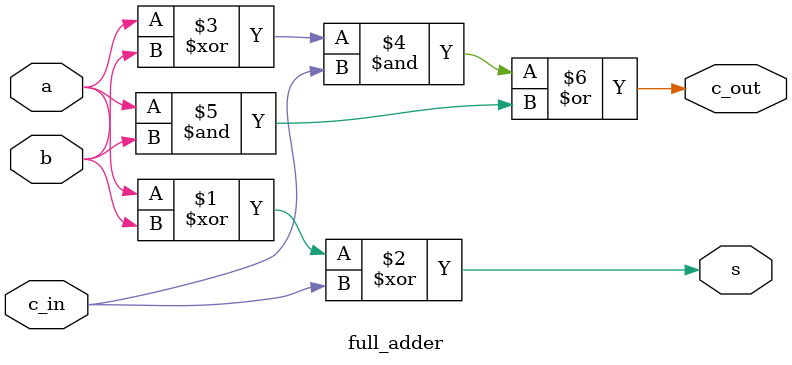
<source format=v>
module full_adder(
    input a,
    input b,
    input c_in,
    output s,
    output c_out
);

    // Dataflow programming style.

    assign s = (a ^ b) ^ c_in;
    assign c_out = ((a ^ b) & c_in) | (a & b);

endmodule

</source>
